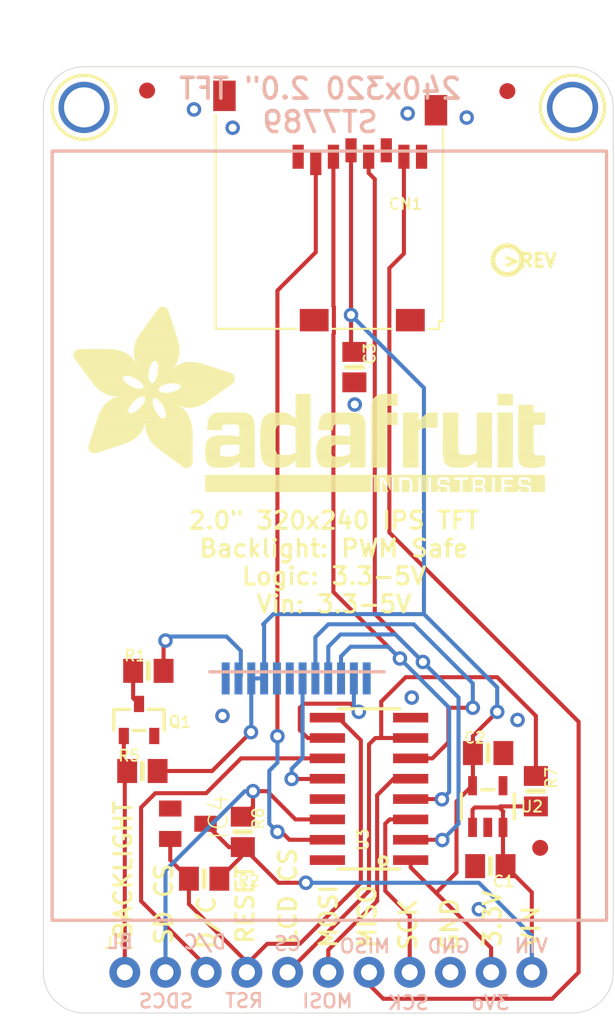
<source format=kicad_pcb>
(kicad_pcb (version 20211014) (generator pcbnew)
  (layers (0 "F.Cu" signal) (31 "B.Cu" signal) (34 "B.Paste" user) (35 "F.Paste" user) (36 "B.SilkS" user "B.Silkscreen") (37 "F.SilkS" user "F.Silkscreen") (38 "B.Mask" user) (39 "F.Mask" user) (44 "Edge.Cuts" user))
  (net 0 "")
  (net 1 "N$1")
  (net 2 "GND")
  (net 3 "3.3V")
  (net 4 "VIN")
  (net 5 "RESET_3V")
  (net 6 "SCLK_3V")
  (net 7 "MOSI_3V")
  (net 8 "LCDCS_3V")
  (net 9 "MISO")
  (net 10 "SDCS_3V")
  (net 11 "SCLK_5V")
  (net 12 "MOSI_5V")
  (net 13 "LCDCS_5V")
  (net 14 "SDCS_5V")
  (net 15 "RESET_5V")
  (net 16 "LEDK")
  (net 17 "BACKLIGHT")
  (net 18 "DC_3V")
  (net 19 "DC_5V")
  (footprint "boardEagle:SOIC16" (layer "F.Cu") (at 151.0421 120.5451 90)
    (fp_text reference "U3" (at -3.937 -0.381 90) (layer "F.SilkS") (effects (font (size 0.692831 0.692831) (thickness 0.119969)) (justify left)))
    (fp_text value "74HC4050D")
    (pad "1" smd rect (at -4.445 2.6 90) (size 0.6 2.2) (layers "F.Cu" "F.Paste" "F.Mask") (net 3 "3.3V"))
    (pad "2" smd rect (at -3.175 2.6 90) (size 0.6 2.2) (layers "F.Cu" "F.Paste" "F.Mask") (net 6 "SCLK_3V"))
    (pad "3" smd rect (at -1.905 2.6 90) (size 0.6 2.2) (layers "F.Cu" "F.Paste" "F.Mask") (net 11 "SCLK_5V"))
    (pad "4" smd rect (at -0.635 2.6 90) (size 0.6 2.2) (layers "F.Cu" "F.Paste" "F.Mask") (net 7 "MOSI_3V"))
    (pad "5" smd rect (at 0.635 2.6 90) (size 0.6 2.2) (layers "F.Cu" "F.Paste" "F.Mask") (net 12 "MOSI_5V"))
    (pad "6" smd rect (at 1.905 2.6 90) (size 0.6 2.2) (layers "F.Cu" "F.Paste" "F.Mask") (net 8 "LCDCS_3V"))
    (pad "7" smd rect (at 3.175 2.6 90) (size 0.6 2.2) (layers "F.Cu" "F.Paste" "F.Mask") (net 13 "LCDCS_5V"))
    (pad "8" smd rect (at 4.445 2.6 90) (size 0.6 2.2) (layers "F.Cu" "F.Paste" "F.Mask") (net 2 "GND"))
    (pad "9" smd rect (at 4.445 -2.6 90) (size 0.6 2.2) (layers "F.Cu" "F.Paste" "F.Mask") (net 15 "RESET_5V"))
    (pad "10" smd rect (at 3.175 -2.6 90) (size 0.6 2.2) (layers "F.Cu" "F.Paste" "F.Mask") (net 5 "RESET_3V"))
    (pad "11" smd rect (at 1.905 -2.6 90) (size 0.6 2.2) (layers "F.Cu" "F.Paste" "F.Mask") (net 19 "DC_5V"))
    (pad "12" smd rect (at 0.635 -2.6 90) (size 0.6 2.2) (layers "F.Cu" "F.Paste" "F.Mask") (net 18 "DC_3V"))
    (pad "13" smd rect (at -0.635 -2.6 90) (size 0.6 2.2) (layers "F.Cu" "F.Paste" "F.Mask"))
    (pad "14" smd rect (at -1.905 -2.6 90) (size 0.6 2.2) (layers "F.Cu" "F.Paste" "F.Mask") (net 14 "SDCS_5V"))
    (pad "15" smd rect (at -3.175 -2.6 90) (size 0.6 2.2) (layers "F.Cu" "F.Paste" "F.Mask") (net 10 "SDCS_3V"))
    (pad "16" smd rect (at -4.445 -2.6 90) (size 0.6 2.2) (layers "F.Cu" "F.Paste" "F.Mask"))
  )
  (footprint "boardEagle:0805-NO" (layer "F.Cu") (at 161.4551 120.6881 -90)
    (fp_text reference "R7" (at -1.5875 -0.9525 90) (layer "F.SilkS") (effects (font (size 0.692831 0.692831) (thickness 0.119969)) (justify right)))
    (fp_text value "10K")
    (pad "1" smd rect (at -0.95 0 270) (size 1.24 1.5) (layers "F.Cu" "F.Paste" "F.Mask") (net 13 "LCDCS_5V"))
    (pad "2" smd rect (at 0.95 0 270) (size 1.24 1.5) (layers "F.Cu" "F.Paste" "F.Mask") (net 4 "VIN"))
  )
  (footprint "boardEagle:0805-NO" (layer "F.Cu") (at 143.1671 123.2281 -90)
    (fp_text reference "R8" (at -1.5875 -0.9525 90) (layer "F.SilkS") (effects (font (size 0.692831 0.692831) (thickness 0.119969)) (justify right)))
    (fp_text value "10K")
    (pad "1" smd rect (at -0.95 0 270) (size 1.24 1.5) (layers "F.Cu" "F.Paste" "F.Mask") (net 14 "SDCS_5V"))
    (pad "2" smd rect (at 0.95 0 270) (size 1.24 1.5) (layers "F.Cu" "F.Paste" "F.Mask") (net 4 "VIN"))
  )
  (footprint "boardEagle:SOT23-R" (layer "F.Cu") (at 136.6901 116.2431)
    (fp_text reference "Q1" (at 1.778 0.127) (layer "F.SilkS") (effects (font (size 0.692831 0.692831) (thickness 0.119969)) (justify left)))
    (fp_text value "BSS138")
    (pad "1" smd rect (at -0.95 1) (size 0.635 1.016) (layers "F.Cu" "F.Paste" "F.Mask") (net 17 "BACKLIGHT"))
    (pad "2" smd rect (at 0.95 1) (size 0.635 1.016) (layers "F.Cu" "F.Paste" "F.Mask") (net 2 "GND"))
    (pad "3" smd rect (at 0 -1) (size 0.635 1.016) (layers "F.Cu" "F.Paste" "F.Mask") (net 16 "LEDK"))
  )
  (footprint "boardEagle:FIDUCIAL_1MM" (layer "F.Cu") (at 137.1921 76.9641)
    (fp_text reference "FID2" hide)
    (fp_text value "FIDUCIAL_1MM" hide)
    (pad "1" smd roundrect (at 0 0) (size 1 1) (layers "F.Cu" "F.Mask") (roundrect_rratio 0.5))
  )
  (footprint "boardEagle:MOUNTINGHOLE_2.5_PLATED" (layer "F.Cu") (at 133.2611 78.0161)
    (fp_text reference "U$4" hide)
    (fp_text value "MOUNTINGHOLE2.5" hide)
    (pad "P$1" thru_hole circle (at 0 0) (size 3.2 3.2) (drill 2.5) (layers *.Cu *.Mask))
  )
  (footprint "boardEagle:FIDUCIAL_1MM" (layer "F.Cu") (at 161.7231 124.2241)
    (fp_text reference "FID1" hide)
    (fp_text value "FIDUCIAL_1MM" hide)
    (pad "1" smd roundrect (at 0 0) (size 1 1) (layers "F.Cu" "F.Mask") (roundrect_rratio 0.5))
  )
  (footprint "boardEagle:SOT23-5" (layer "F.Cu") (at 158.4531 121.6471)
    (fp_text reference "U2" (at 1.978 0) (layer "F.SilkS") (effects (font (size 0.692831 0.692831) (thickness 0.119969)) (justify left)))
    (fp_text value "AP2112K-3.3")
    (pad "1" smd rect (at -0.95 1.3001) (size 0.55 1.2) (layers "F.Cu" "F.Paste" "F.Mask") (net 4 "VIN"))
    (pad "2" smd rect (at 0 1.3001) (size 0.55 1.2) (layers "F.Cu" "F.Paste" "F.Mask") (net 2 "GND"))
    (pad "3" smd rect (at 0.95 1.3001) (size 0.55 1.2) (layers "F.Cu" "F.Paste" "F.Mask") (net 4 "VIN"))
    (pad "4" smd rect (at 0.95 -1.3001) (size 0.55 1.2) (layers "F.Cu" "F.Paste" "F.Mask"))
    (pad "5" smd rect (at -0.95 -1.3001) (size 0.55 1.2) (layers "F.Cu" "F.Paste" "F.Mask") (net 3 "3.3V"))
  )
  (footprint "boardEagle:ADAFRUIT_TEXT_30MM" (layer "F.Cu") (at 132.3741 102.0041)
    (fp_text reference "U$20" hide)
    (fp_text value "" hide)
  )
  (footprint "boardEagle:0805-NO" (layer "F.Cu") (at 150.1301 94.2241 -90)
    (fp_text reference "C3" (at -1.5875 -0.9525 90) (layer "F.SilkS") (effects (font (size 0.692831 0.692831) (thickness 0.119969)) (justify right)))
    (fp_text value "10uF")
    (pad "1" smd rect (at -0.95 0 270) (size 1.24 1.5) (layers "F.Cu" "F.Paste" "F.Mask") (net 3 "3.3V"))
    (pad "2" smd rect (at 0.95 0 270) (size 1.24 1.5) (layers "F.Cu" "F.Paste" "F.Mask") (net 2 "GND"))
  )
  (footprint "boardEagle:0805-NO" (layer "F.Cu") (at 140.7541 126.1491)
    (fp_text reference "R2" (at 2.032 0.127) (layer "F.SilkS") (effects (font (size 0.692831 0.692831) (thickness 0.119969)) (justify left)))
    (fp_text value "10K")
    (pad "1" smd rect (at -0.95 0) (size 1.24 1.5) (layers "F.Cu" "F.Paste" "F.Mask") (net 15 "RESET_5V"))
    (pad "2" smd rect (at 0.95 0) (size 1.24 1.5) (layers "F.Cu" "F.Paste" "F.Mask") (net 4 "VIN"))
  )
  (footprint "boardEagle:PCBFEAT-REV-040" (layer "F.Cu") (at 159.6771 87.5411)
    (fp_text reference "U$24" hide)
    (fp_text value "" hide)
    (fp_text user ">REV" (at -0.3556 0.508) (layer "F.SilkS") (effects (font (size 0.8128 0.8128) (thickness 0.2032)) (justify left bottom)))
  )
  (footprint "boardEagle:MICROSD" (layer "F.Cu") (at 155.6201 91.7341 180)
    (fp_text reference "CN1" (at 1.18 7.69) (layer "F.SilkS") (effects (font (size 0.692831 0.692831) (thickness 0.119969)) (justify right)))
    (fp_text value "")
    (pad "1" smd rect (at 9 10.64 180) (size 0.7 1.5) (layers "F.Cu" "F.Paste" "F.Mask"))
    (pad "2" smd rect (at 7.9 10.24 180) (size 0.7 1.5) (layers "F.Cu" "F.Paste" "F.Mask") (net 10 "SDCS_3V"))
    (pad "3" smd rect (at 6.8 10.64 180) (size 0.7 1.5) (layers "F.Cu" "F.Paste" "F.Mask") (net 7 "MOSI_3V"))
    (pad "4" smd rect (at 5.7 11.04 180) (size 0.7 1.5) (layers "F.Cu" "F.Paste" "F.Mask") (net 3 "3.3V"))
    (pad "5" smd rect (at 4.6 10.64 180) (size 0.7 1.5) (layers "F.Cu" "F.Paste" "F.Mask") (net 6 "SCLK_3V"))
    (pad "6" smd rect (at 3.5 11.04 180) (size 0.7 1.5) (layers "F.Cu" "F.Paste" "F.Mask") (net 2 "GND"))
    (pad "7" smd rect (at 2.4 10.64 180) (size 0.7 1.5) (layers "F.Cu" "F.Paste" "F.Mask") (net 9 "MISO"))
    (pad "8" smd rect (at 1.3 10.64 180) (size 0.7 1.5) (layers "F.Cu" "F.Paste" "F.Mask"))
    (pad "CD1" smd rect (at 2 0.44 270) (size 1.4 1.8) (layers "F.Cu" "F.Paste" "F.Mask"))
    (pad "CD2" smd rect (at 8 0.44 270) (size 1.4 1.8) (layers "F.Cu" "F.Paste" "F.Mask"))
    (pad "MT1" smd rect (at 0.4 13.54 180) (size 1.4 1.9) (layers "F.Cu" "F.Paste" "F.Mask") (net 2 "GND"))
    (pad "MT2" smd rect (at 13.6 14.44 180) (size 1.4 1.9) (layers "F.Cu" "F.Paste" "F.Mask") (net 2 "GND"))
  )
  (footprint "boardEagle:0805-NO" (layer "F.Cu") (at 158.4771 118.3081)
    (fp_text reference "C2" (at -1.5875 -0.9525) (layer "F.SilkS") (effects (font (size 0.692831 0.692831) (thickness 0.119969)) (justify left)))
    (fp_text value "10uF")
    (pad "1" smd rect (at -0.95 0) (size 1.24 1.5) (layers "F.Cu" "F.Paste" "F.Mask") (net 3 "3.3V"))
    (pad "2" smd rect (at 0.95 0) (size 1.24 1.5) (layers "F.Cu" "F.Paste" "F.Mask") (net 2 "GND"))
  )
  (footprint "boardEagle:FIDUCIAL_1MM" (layer "F.Cu") (at 159.6771 77.0001)
    (fp_text reference "FID3" hide)
    (fp_text value "FIDUCIAL_1MM" hide)
    (pad "1" smd roundrect (at 0 0) (size 1 1) (layers "F.Cu" "F.Mask") (roundrect_rratio 0.5))
  )
  (footprint "boardEagle:SOT23" (layer "F.Cu") (at 139.7381 122.7201 -90)
    (fp_text reference "IC4" (at -1.905 -1.905 90) (layer "F.SilkS") (effects (font (size 1.176528 1.176528) (thickness 0.093472)) (justify right)))
    (fp_text value "APX803-SAG")
    (pad "1" smd rect (at -0.95 1.1 270) (size 1 1.4) (layers "F.Cu" "F.Paste" "F.Mask") (net 2 "GND"))
    (pad "2" smd rect (at 0.95 1.1 270) (size 1 1.4) (layers "F.Cu" "F.Paste" "F.Mask") (net 15 "RESET_5V"))
    (pad "3" smd rect (at 0 -1.1 270) (size 1 1.4) (layers "F.Cu" "F.Paste" "F.Mask") (net 4 "VIN"))
  )
  (footprint "boardEagle:0805-NO" (layer "F.Cu") (at 158.6151 125.3651 180)
    (fp_text reference "C1" (at -1.5875 -0.9525) (layer "F.SilkS") (effects (font (size 0.692831 0.692831) (thickness 0.119969)) (justify right)))
    (fp_text value "10uF")
    (pad "1" smd rect (at -0.95 0 180) (size 1.24 1.5) (layers "F.Cu" "F.Paste" "F.Mask") (net 4 "VIN"))
    (pad "2" smd rect (at 0.95 0 180) (size 1.24 1.5) (layers "F.Cu" "F.Paste" "F.Mask") (net 2 "GND"))
  )
  (footprint "boardEagle:0805-NO" (layer "F.Cu") (at 136.8991 119.4281)
    (fp_text reference "R5" (at -1.5875 -0.9525) (layer "F.SilkS") (effects (font (size 0.692831 0.692831) (thickness 0.119969)) (justify left)))
    (fp_text value "10K")
    (pad "1" smd rect (at -0.95 0) (size 1.24 1.5) (layers "F.Cu" "F.Paste" "F.Mask") (net 17 "BACKLIGHT"))
    (pad "2" smd rect (at 0.95 0) (size 1.24 1.5) (layers "F.Cu" "F.Paste" "F.Mask") (net 3 "3.3V"))
  )
  (footprint "boardEagle:1X11_ROUND_76" (layer "F.Cu") (at 148.5011 131.9911)
    (fp_text reference "JP1" (at -14.0462 -1.8288) (layer "F.SilkS") (effects (font (size 0.692831 0.692831) (thickness 0.119969)) (justify left)))
    (fp_text value "")
    (pad "1" thru_hole circle (at -12.7 0 90) (size 1.9304 1.9304) (drill 1) (layers *.Cu *.Mask) (net 17 "BACKLIGHT"))
    (pad "2" thru_hole circle (at -10.16 0 90) (size 1.9304 1.9304) (drill 1) (layers *.Cu *.Mask) (net 14 "SDCS_5V"))
    (pad "3" thru_hole circle (at -7.62 0 90) (size 1.9304 1.9304) (drill 1) (layers *.Cu *.Mask) (net 19 "DC_5V"))
    (pad "4" thru_hole circle (at -5.08 0 90) (size 1.9304 1.9304) (drill 1) (layers *.Cu *.Mask) (net 15 "RESET_5V"))
    (pad "5" thru_hole circle (at -2.54 0 90) (size 1.9304 1.9304) (drill 1) (layers *.Cu *.Mask) (net 13 "LCDCS_5V"))
    (pad "6" thru_hole circle (at 0 0 90) (size 1.9304 1.9304) (drill 1) (layers *.Cu *.Mask) (net 12 "MOSI_5V"))
    (pad "7" thru_hole circle (at 2.54 0 90) (size 1.9304 1.9304) (drill 1) (layers *.Cu *.Mask) (net 9 "MISO"))
    (pad "8" thru_hole circle (at 5.08 0 90) (size 1.9304 1.9304) (drill 1) (layers *.Cu *.Mask) (net 11 "SCLK_5V"))
    (pad "9" thru_hole circle (at 7.62 0 90) (size 1.9304 1.9304) (drill 1) (layers *.Cu *.Mask) (net 2 "GND"))
    (pad "10" thru_hole circle (at 10.16 0 90) (size 1.9304 1.9304) (drill 1) (layers *.Cu *.Mask) (net 3 "3.3V"))
    (pad "11" thru_hole circle (at 12.7 0 90) (size 1.9304 1.9304) (drill 1) (layers *.Cu *.Mask) (net 4 "VIN"))
  )
  (footprint "boardEagle:0805-NO" (layer "F.Cu") (at 137.2711 113.1791)
    (fp_text reference "R1" (at -1.5875 -0.9525) (layer "F.SilkS") (effects (font (size 0.692831 0.692831) (thickness 0.119969)) (justify left)))
    (fp_text value "10")
    (pad "1" smd rect (at -0.95 0) (size 1.24 1.5) (layers "F.Cu" "F.Paste" "F.Mask") (net 16 "LEDK"))
    (pad "2" smd rect (at 0.95 0) (size 1.24 1.5) (layers "F.Cu" "F.Paste" "F.Mask") (net 1 "N$1"))
  )
  (footprint "boardEagle:MOUNTINGHOLE_2.5_PLATED" (layer "F.Cu") (at 163.7411 78.0161)
    (fp_text reference "U$3" hide)
    (fp_text value "MOUNTINGHOLE2.5" hide)
    (pad "P$1" thru_hole circle (at 0 0) (size 3.2 3.2) (drill 2.5) (layers *.Cu *.Mask))
  )
  (footprint "boardEagle:TFT_2.0IN_240X320_12P" (layer "B.Cu") (at 147.8661 100.2411 180)
    (fp_text reference "DISP1" hide)
    (fp_text value "DISP_LCD_GENERIC_SPI_2.0IN_240X320" hide)
    (pad "1" smd rect (at 5.77 -13.41 90) (size 2 0.5) (layers "B.Cu" "B.Mask") (net 2 "GND"))
    (pad "2" smd rect (at 4.97 -13.41 90) (size 2 0.5) (layers "B.Cu" "B.Mask") (net 1 "N$1"))
    (pad "3" smd rect (at 4.17 -13.41 90) (size 2 0.5) (layers "B.Cu" "B.Mask") (net 3 "3.3V"))
    (pad "4" smd rect (at 3.37 -13.41 90) (size 2 0.5) (layers "B.Cu" "B.Mask") (net 3 "3.3V"))
    (pad "5" smd rect (at 2.57 -13.41 90) (size 2 0.5) (layers "B.Cu" "B.Mask") (net 2 "GND"))
    (pad "6" smd rect (at 1.77 -13.41 90) (size 2 0.5) (layers "B.Cu" "B.Mask") (net 2 "GND"))
    (pad "7" smd rect (at 0.97 -13.41 90) (size 2 0.5) (layers "B.Cu" "B.Mask") (net 18 "DC_3V"))
    (pad "8" smd rect (at 0.17 -13.41 90) (size 2 0.5) (layers "B.Cu" "B.Mask") (net 8 "LCDCS_3V"))
    (pad "9" smd rect (at -0.63 -13.41 90) (size 2 0.5) (layers "B.Cu" "B.Mask") (net 6 "SCLK_3V"))
    (pad "10" smd rect (at -1.43 -13.41 90) (size 2 0.5) (layers "B.Cu" "B.Mask") (net 7 "MOSI_3V"))
    (pad "11" smd rect (at -2.23 -13.41 90) (size 2 0.5) (layers "B.Cu" "B.Mask") (net 5 "RESET_3V"))
    (pad "12" smd rect (at -3.03 -13.41 90) (size 2 0.5) (layers "B.Cu" "B.Mask") (net 2 "GND"))
  )
  (gr_line (start 133.2611 134.5311) (end 163.7411 134.5311) (layer "Edge.Cuts") (width 0.05))
  (gr_arc (start 130.7211 78.0161) (mid 131.465049 76.220049) (end 133.2611 75.4761) (layer "Edge.Cuts") (width 0.05))
  (gr_line (start 130.7211 78.0161) (end 130.7211 131.9911) (layer "Edge.Cuts") (width 0.05))
  (gr_arc (start 133.2611 134.5311) (mid 131.465049 133.787151) (end 130.7211 131.9911) (layer "Edge.Cuts") (width 0.05))
  (gr_arc (start 166.2811 131.9911) (mid 165.537151 133.787151) (end 163.7411 134.5311) (layer "Edge.Cuts") (width 0.05))
  (gr_line (start 166.2811 131.9911) (end 166.2811 78.0161) (layer "Edge.Cuts") (width 0.05))
  (gr_arc (start 163.7411 75.4761) (mid 165.537151 76.220049) (end 166.2811 78.0161) (layer "Edge.Cuts") (width 0.05))
  (gr_line (start 163.7411 75.4761) (end 133.2611 75.4761) (layer "Edge.Cuts") (width 0.05))
  (gr_text "MISO" (at 150.7851 130.3571) (layer "B.SilkS") (effects (font (size 0.8636 0.8636) (thickness 0.1524)) (justify mirror)))
  (gr_text "MOSI" (at 148.4521 133.7861) (layer "B.SilkS") (effects (font (size 0.8636 0.8636) (thickness 0.1524)) (justify mirror)))
  (gr_text "3Vo" (at 158.6201 133.8921) (layer "B.SilkS") (effects (font (size 0.8636 0.8636) (thickness 0.1524)) (justify mirror)))
  (gr_text "VIN" (at 161.1601 130.3361) (layer "B.SilkS") (effects (font (size 0.8636 0.8636) (thickness 0.1524)) (justify mirror)))
  (gr_text "BL" (at 135.5211 130.0821) (layer "B.SilkS") (effects (font (size 0.8636 0.8636) (thickness 0.1524)) (justify mirror)))
  (gr_text "GND" (at 156.0201 130.3571) (layer "B.SilkS") (effects (font (size 0.8636 0.8636) (thickness 0.1524)) (justify mirror)))
  (gr_text "D/C" (at 140.8001 130.1031) (layer "B.SilkS") (effects (font (size 0.8636 0.8636) (thickness 0.1524)) (justify mirror)))
  (gr_text "240x320 2.0\" TFT\nST7789" (at 147.9931 77.8891) (layer "B.SilkS") (effects (font (size 1.2954 1.2954) (thickness 0.2286)) (justify mirror)))
  (gr_text "SDCS" (at 138.3721 133.7861) (layer "B.SilkS") (effects (font (size 0.8636 0.8636) (thickness 0.1524)) (justify mirror)))
  (gr_text "SCK" (at 153.5001 133.8921) (layer "B.SilkS") (effects (font (size 0.8636 0.8636) (thickness 0.1524)) (justify mirror)))
  (gr_text "CS" (at 145.9681 130.2091) (layer "B.SilkS") (effects (font (size 0.8636 0.8636) (thickness 0.1524)) (justify mirror)))
  (gr_text "RST" (at 143.2461 133.7651) (layer "B.SilkS") (effects (font (size 0.8636 0.8636) (thickness 0.1524)) (justify mirror)))
  (gr_text "BACKLIGHT" (at 135.6941 125.5891 90) (layer "F.SilkS") (effects (font (size 1.0795 1.0795) (thickness 0.1905))))
  (gr_text "SCK" (at 153.4741 129.0181 90) (layer "F.SilkS") (effects (font (size 1.0795 1.0795) (thickness 0.1905))))
  (gr_text "GND" (at 156.0811 129.0181 90) (layer "F.SilkS") (effects (font (size 1.0795 1.0795) (thickness 0.1905))))
  (gr_text "VIN" (at 161.1611 129.1451 90) (layer "F.SilkS") (effects (font (size 1.0795 1.0795) (thickness 0.1905))))
  (gr_text "RESET" (at 143.3141 127.7481 90) (layer "F.SilkS") (effects (font (size 1.0795 1.0795) (thickness 0.1905))))
  (gr_text "MISO" (at 150.9341 128.5101 90) (layer "F.SilkS") (effects (font (size 1.0795 1.0795) (thickness 0.1905))))
  (gr_text "SD CS" (at 138.2341 127.7481 90) (layer "F.SilkS") (effects (font (size 1.0795 1.0795) (thickness 0.1905))))
  (gr_text "LCD CS" (at 145.9811 127.2401 90) (layer "F.SilkS") (effects (font (size 1.0795 1.0795) (thickness 0.1905))))
  (gr_text "3.3V" (at 158.7481 128.6371 90) (layer "F.SilkS") (effects (font (size 1.0795 1.0795) (thickness 0.1905))))
  (gr_text "MOSI" (at 148.5211 128.5101 90) (layer "F.SilkS") (effects (font (size 1.0795 1.0795) (thickness 0.1905))))
  (gr_text "2.0\" 320x240 IPS TFT\nBacklight: PWM Safe\nLogic: 3.3-5V\nVin: 3.3-5V" (at 148.8531 106.4041) (layer "F.SilkS") (effects (font (size 1.0795 1.0795) (thickness 0.1905))))
  (gr_text "D/C" (at 140.9011 128.8911 90) (layer "F.SilkS") (effects (font (size 1.0795 1.0795) (thickness 0.1905))))
  (segment (start 138.2211 113.1791) (end 138.2211 111.4101) (width 0.254) (layer "F.Cu") (net 1))
  (segment (start 138.2211 111.4101) (end 138.3411 111.2901) (width 0.254) (layer "F.Cu") (net 1))
  (via (at 138.3411 111.2901) (size 0.9064) (drill 0.5) (layers "F.Cu" "B.Cu") (net 1))
  (segment (start 143.0401 113.5071) (end 142.8961 113.6511) (width 0.254) (layer "B.Cu") (net 1))
  (segment (start 138.3411 111.2901) (end 138.5951 111.0361) (width 0.254) (layer "B.Cu") (net 1))
  (segment (start 142.1511 111.0361) (end 143.0401 111.9251) (width 0.254) (layer "B.Cu") (net 1))
  (segment (start 143.0401 111.9251) (end 143.0401 113.5071) (width 0.254) (layer "B.Cu") (net 1))
  (segment (start 138.5951 111.0361) (end 142.1511 111.0361) (width 0.254) (layer "B.Cu") (net 1))
  (via (at 157.8991 128.0541) (size 0.9064) (drill 0.5) (layers "F.Cu" "B.Cu") (net 2))
  (via (at 153.4541 78.3971) (size 0.9064) (drill 0.5) (layers "F.Cu" "B.Cu") (net 2))
  (via (at 140.1191 78.1431) (size 0.9064) (drill 0.5) (layers "F.Cu" "B.Cu") (net 2))
  (via (at 160.3121 116.2431) (size 0.9064) (drill 0.5) (layers "F.Cu" "B.Cu") (net 2))
  (via (at 153.7081 114.8461) (size 0.9064) (drill 0.5) (layers "F.Cu" "B.Cu") (net 2))
  (via (at 141.8971 115.9891) (size 0.9064) (drill 0.5) (layers "F.Cu" "B.Cu") (net 2))
  (via (at 150.1521 96.5581) (size 0.9064) (drill 0.5) (layers "F.Cu" "B.Cu") (net 2))
  (via (at 142.5321 79.2861) (size 0.9064) (drill 0.5) (layers "F.Cu" "B.Cu") (net 2))
  (via (at 157.1371 78.6511) (size 0.9064) (drill 0.5) (layers "F.Cu" "B.Cu") (net 2))
  (segment (start 156.5021 125.7681) (end 155.2321 127.0381) (width 0.254) (layer "F.Cu") (net 3))
  (segment (start 149.9201 93.0641) (end 150.1301 93.2741) (width 0.254) (layer "F.Cu") (net 3))
  (segment (start 157.5271 117.2501) (end 159.0421 115.7351) (width 0.254) (layer "F.Cu") (net 3))
  (segment (start 141.2521 119.4281) (end 143.6751 117.0051) (width 0.254) (layer "F.Cu") (net 3))
  (segment (start 157.5271 118.3081) (end 157.5271 120.323) (width 0.254) (layer "F.Cu") (net 3))
  (segment (start 149.9201 90.9701) (end 149.9201 93.0641) (width 0.254) (layer "F.Cu") (net 3))
  (segment (start 137.8491 119.4281) (end 141.2521 119.4281) (width 0.254) (layer "F.Cu") (net 3))
  (segment (start 149.9201 80.6941) (end 149.9201 90.9701) (width 0.254) (layer "F.Cu") (net 3))
  (segment (start 157.5031 120.347) (end 157.4782 120.347) (width 0.254) (layer "F.Cu") (net 3))
  (segment (start 155.2321 127.0381) (end 153.6421 125.4481) (width 0.254) (layer "F.Cu") (net 3))
  (segment (start 156.5021 121.3231) (end 156.5021 125.7681) (width 0.254) (layer "F.Cu") (net 3))
  (segment (start 157.5271 118.3081) (end 157.5271 117.2501) (width 0.254) (layer "F.Cu") (net 3))
  (segment (start 157.5271 120.323) (end 157.5031 120.347) (width 0.254) (layer "F.Cu") (net 3))
  (segment (start 158.6611 130.4671) (end 155.2321 127.0381) (width 0.254) (layer "F.Cu") (net 3))
  (segment (start 158.6611 131.9911) (end 158.6611 130.4671) (width 0.254) (layer "F.Cu") (net 3))
  (segment (start 157.4782 120.347) (end 156.5021 121.3231) (width 0.254) (layer "F.Cu") (net 3))
  (segment (start 153.6421 125.4481) (end 153.6421 124.9901) (width 0.254) (layer "F.Cu") (net 3))
  (via (at 159.0421 115.7351) (size 0.9064) (drill 0.5) (layers "F.Cu" "B.Cu") (net 3))
  (via (at 149.9201 90.9701) (size 0.9064) (drill 0.5) (layers "F.Cu" "B.Cu") (net 3))
  (via (at 143.6751 117.0051) (size 0.9064) (drill 0.5) (layers "F.Cu" "B.Cu") (net 3))
  (segment (start 144.4371 110.2741) (end 144.4961 110.3331) (width 0.254) (layer "B.Cu") (net 3))
  (segment (start 144.4961 110.3331) (end 144.4961 113.6511) (width 0.254) (layer "B.Cu") (net 3))
  (segment (start 159.0421 114.2111) (end 154.4701 109.6391) (width 0.254) (layer "B.Cu") (net 3))
  (segment (start 154.4701 95.5201) (end 149.9201 90.9701) (width 0.254) (layer "B.Cu") (net 3))
  (segment (start 159.0421 115.7351) (end 159.0421 114.2111) (width 0.254) (layer "B.Cu") (net 3))
  (segment (start 143.6961 116.9841) (end 143.6961 113.6511) (width 0.254) (layer "B.Cu") (net 3))
  (segment (start 154.4701 109.6391) (end 145.0721 109.6391) (width 0.254) (layer "B.Cu") (net 3))
  (segment (start 143.6961 113.6511) (end 144.4961 113.6511) (width 0.254) (layer "B.Cu") (net 3))
  (segment (start 143.6751 117.0051) (end 143.6961 116.9841) (width 0.254) (layer "B.Cu") (net 3))
  (segment (start 154.4701 109.6391) (end 154.4701 95.5201) (width 0.254) (layer "B.Cu") (net 3))
  (segment (start 145.0721 109.6391) (end 144.4371 110.2741) (width 0.254) (layer "B.Cu") (net 3))
  (segment (start 157.5031 121.8461) (end 157.6451 121.7041) (width 0.254) (layer "F.Cu") (net 4))
  (segment (start 157.5031 122.9472) (end 157.5031 121.8461) (width 0.254) (layer "F.Cu") (net 4))
  (segment (start 159.4031 122.9472) (end 159.4031 125.2031) (width 0.254) (layer "F.Cu") (net 4))
  (segment (start 159.1691 121.7041) (end 159.2351 121.6381) (width 0.254) (layer "F.Cu") (net 4))
  (segment (start 161.2011 131.9911) (end 161.2011 127.0011) (width 0.254) (layer "F.Cu") (net 4))
  (segment (start 159.1691 121.7041) (end 159.4231 121.9581) (width 0.254) (layer "F.Cu") (net 4))
  (segment (start 159.4031 125.2031) (end 159.5651 125.3651) (width 0.254) (layer "F.Cu") (net 4))
  (segment (start 140.8381 122.7201) (end 142.2961 124.1781) (width 0.254) (layer "F.Cu") (net 4))
  (segment (start 159.2351 121.6381) (end 161.4551 121.6381) (width 0.254) (layer "F.Cu") (net 4))
  (segment (start 143.0401 124.8131) (end 143.0401 124.1781) (width 0.254) (layer "F.Cu") (net 4))
  (segment (start 141.7041 126.1491) (end 143.0401 124.8131) (width 0.254) (layer "F.Cu") (net 4))
  (segment (start 143.1671 124.1781) (end 145.3921 126.4031) (width 0.254) (layer "F.Cu") (net 4))
  (segment (start 157.6451 121.7041) (end 159.1691 121.7041) (width 0.254) (layer "F.Cu") (net 4))
  (segment (start 142.2961 124.1781) (end 143.0401 124.1781) (width 0.254) (layer "F.Cu") (net 4))
  (segment (start 159.4231 121.9581) (end 159.4031 121.9781) (width 0.254) (layer "F.Cu") (net 4))
  (segment (start 143.0401 124.1781) (end 143.1671 124.1781) (width 0.254) (layer "F.Cu") (net 4))
  (segment (start 145.3921 126.4031) (end 147.1041 126.4031) (width 0.254) (layer "F.Cu") (net 4))
  (segment (start 159.4031 121.9781) (end 159.4031 122.9472) (width 0.254) (layer "F.Cu") (net 4))
  (segment (start 161.2011 127.0011) (end 159.5651 125.3651) (width 0.254) (layer "F.Cu") (net 4))
  (via (at 147.1041 126.4031) (size 0.9064) (drill 0.5) (layers "F.Cu" "B.Cu") (net 4))
  (segment (start 147.1041 126.4031) (end 157.8991 126.4031) (width 0.254) (layer "B.Cu") (net 4))
  (segment (start 157.8991 126.4031) (end 161.2011 129.7051) (width 0.254) (layer "B.Cu") (net 4))
  (segment (start 161.2011 129.7051) (end 161.2011 131.9911) (width 0.254) (layer "B.Cu") (net 4))
  (segment (start 146.7231 116.8781) (end 146.7231 115.4811) (width 0.254) (layer "F.Cu") (net 5))
  (segment (start 147.2151 117.3701) (end 146.7231 116.8781) (width 0.254) (layer "F.Cu") (net 5))
  (segment (start 148.4421 117.3701) (end 147.2151 117.3701) (width 0.254) (layer "F.Cu") (net 5))
  (segment (start 146.7231 115.4811) (end 146.9771 115.2271) (width 0.254) (layer "F.Cu") (net 5))
  (segment (start 146.9771 115.2271) (end 149.8981 115.2271) (width 0.254) (layer "F.Cu") (net 5))
  (segment (start 149.8981 115.2271) (end 150.4061 115.7351) (width 0.254) (layer "F.Cu") (net 5))
  (via (at 150.4061 115.7351) (size 0.9064) (drill 0.5) (layers "F.Cu" "B.Cu") (net 5))
  (segment (start 150.4061 115.7351) (end 150.0961 115.4251) (width 0.254) (layer "B.Cu") (net 5))
  (segment (start 150.0961 115.4251) (end 150.0961 113.6511) (width 0.254) (layer "B.Cu") (net 5))
  (segment (start 153.6421 123.7201) (end 155.5971 123.7201) (width 0.254) (layer "F.Cu") (net 6))
  (segment (start 155.5971 123.7201) (end 155.6131 123.7361) (width 0.254) (layer "F.Cu") (net 6))
  (segment (start 151.4011 109.6181) (end 154.4066 112.6236) (width 0.254) (layer "F.Cu") (net 6))
  (segment (start 151.4011 82.4911) (end 151.0201 82.1101) (width 0.254) (layer "F.Cu") (net 6))
  (segment (start 151.0201 81.0941) (end 151.0201 82.1101) (width 0.254) (layer "F.Cu") (net 6))
  (segment (start 151.4011 82.4911) (end 151.4011 109.6181) (width 0.254) (layer "F.Cu") (net 6))
  (via (at 154.4066 112.6236) (size 0.9064) (drill 0.5) (layers "F.Cu" "B.Cu") (net 6))
  (via (at 155.6131 123.7361) (size 0.9064) (drill 0.5) (layers "F.Cu" "B.Cu") (net 6))
  (segment (start 156.6291 114.8461) (end 156.6291 122.7201) (width 0.254) (layer "B.Cu") (net 6))
  (segment (start 148.5011 113.6461) (end 148.4961 113.6511) (width 0.254) (layer "B.Cu") (net 6))
  (segment (start 154.4066 112.6236) (end 152.6921 110.9091) (width 0.254) (layer "B.Cu") (net 6))
  (segment (start 152.6921 110.9091) (end 149.2631 110.9091) (width 0.254) (layer "B.Cu") (net 6))
  (segment (start 156.6291 114.8461) (end 154.4066 112.6236) (width 0.254) (layer "B.Cu") (net 6))
  (segment (start 149.2631 110.9091) (end 148.5011 111.6711) (width 0.254) (layer "B.Cu") (net 6))
  (segment (start 155.6131 123.7361) (end 156.6291 122.7201) (width 0.254) (layer "B.Cu") (net 6))
  (segment (start 148.5011 111.6711) (end 148.5011 113.6461) (width 0.254) (layer "B.Cu") (net 6))
  (segment (start 148.8201 90.427125) (end 148.8503 90.457325) (width 0.254) (layer "F.Cu") (net 7))
  (segment (start 148.8201 108.2563) (end 152.9715 112.4077) (width 0.254) (layer "F.Cu") (net 7))
  (segment (start 148.8503 90.457325) (end 148.8503 92.130875) (width 0.254) (layer "F.Cu") (net 7))
  (segment (start 148.8201 92.161075) (end 148.8201 108.2563) (width 0.254) (layer "F.Cu") (net 7))
  (segment (start 148.8503 92.130875) (end 148.8201 92.161075) (width 0.254) (layer "F.Cu") (net 7))
  (segment (start 148.8201 81.0941) (end 148.8201 90.427125) (width 0.254) (layer "F.Cu") (net 7))
  (segment (start 155.5757 121.1801) (end 155.5917 121.1961) (width 0.254) (layer "F.Cu") (net 7))
  (segment (start 153.6421 121.1801) (end 155.5757 121.1801) (width 0.254) (layer "F.Cu") (net 7))
  (via (at 152.9715 112.4077) (size 0.9064) (drill 0.5) (layers "F.Cu" "B.Cu") (net 7))
  (via (at 155.5917 121.1961) (size 0.9064) (drill 0.5) (layers "F.Cu" "B.Cu") (net 7))
  (segment (start 149.2961 112.2731) (end 149.2961 113.6511) (width 0.254) (layer "B.Cu") (net 7))
  (segment (start 152.2349 111.6711) (end 149.8981 111.6711) (width 0.254) (layer "B.Cu") (net 7))
  (segment (start 156.0449 115.4811) (end 152.9715 112.4077) (width 0.254) (layer "B.Cu") (net 7))
  (segment (start 149.8981 111.6711) (end 149.2961 112.2731) (width 0.254) (layer "B.Cu") (net 7))
  (segment (start 152.9715 112.4077) (end 152.2349 111.6711) (width 0.254) (layer "B.Cu") (net 7))
  (segment (start 156.0449 115.4811) (end 156.0449 120.7429) (width 0.254) (layer "B.Cu") (net 7))
  (segment (start 155.5917 121.1961) (end 156.0449 120.7429) (width 0.254) (layer "B.Cu") (net 7))
  (segment (start 155.9941 117.6401) (end 155.9941 115.4811) (width 0.254) (layer "F.Cu") (net 8))
  (segment (start 153.6421 118.6401) (end 154.9941 118.6401) (width 0.254) (layer "F.Cu") (net 8))
  (segment (start 155.9941 115.4811) (end 157.5181 115.4811) (width 0.254) (layer "F.Cu") (net 8))
  (segment (start 154.9941 118.6401) (end 155.9941 117.6401) (width 0.254) (layer "F.Cu") (net 8))
  (via (at 157.5181 115.4811) (size 0.9064) (drill 0.5) (layers "F.Cu" "B.Cu") (net 8))
  (segment (start 157.5181 115.4811) (end 157.5181 113.9571) (width 0.254) (layer "B.Cu") (net 8))
  (segment (start 157.5181 113.9571) (end 153.8351 110.2741) (width 0.254) (layer "B.Cu") (net 8))
  (segment (start 148.5011 110.2741) (end 147.6961 111.0791) (width 0.254) (layer "B.Cu") (net 8))
  (segment (start 147.6961 111.0791) (end 147.6961 113.6511) (width 0.254) (layer "B.Cu") (net 8))
  (segment (start 153.8351 110.2741) (end 148.5011 110.2741) (width 0.254) (layer "B.Cu") (net 8))
  (segment (start 164.1221 116.358519) (end 152.3111 104.547519) (width 0.254) (layer "F.Cu") (net 9))
  (segment (start 151.9301 133.6421) (end 162.4711 133.6421) (width 0.254) (layer "F.Cu") (net 9))
  (segment (start 152.3111 104.547519) (end 152.3111 88.0491) (width 0.254) (layer "F.Cu") (net 9))
  (segment (start 162.4711 133.6421) (end 164.1221 131.9911) (width 0.254) (layer "F.Cu") (net 9))
  (segment (start 151.0411 132.7531) (end 151.9301 133.6421) (width 0.254) (layer "F.Cu") (net 9))
  (segment (start 153.2201 81.0941) (end 153.2201 87.1401) (width 0.254) (layer "F.Cu") (net 9))
  (segment (start 153.2201 87.1401) (end 152.3111 88.0491) (width 0.254) (layer "F.Cu") (net 9))
  (segment (start 151.0411 131.9911) (end 151.0411 132.7531) (width 0.254) (layer "F.Cu") (net 9))
  (segment (start 164.1221 131.9911) (end 164.1221 116.358519) (width 0.254) (layer "F.Cu") (net 9))
  (segment (start 148.4421 123.7201) (end 146.0721 123.7201) (width 0.254) (layer "F.Cu") (net 10))
  (segment (start 146.0721 123.7201) (end 145.7071 123.3551) (width 0.254) (layer "F.Cu") (net 10))
  (segment (start 145.7071 123.3551) (end 145.3261 123.3551) (width 0.254) (layer "F.Cu") (net 10))
  (segment (start 145.3261 123.2281) (end 145.3261 123.3551) (width 0.254) (layer "F.Cu") (net 10))
  (segment (start 147.7201 87.0521) (end 145.3261 89.4461) (width 0.254) (layer "F.Cu") (net 10))
  (segment (start 147.7201 81.4941) (end 147.7201 87.0521) (width 0.254) (layer "F.Cu") (net 10))
  (segment (start 145.3261 89.4461) (end 145.3261 117.2591) (width 0.254) (layer "F.Cu") (net 10))
  (via (at 145.3261 123.2281) (size 0.9064) (drill 0.5) (layers "F.Cu" "B.Cu") (net 10))
  (via (at 145.3261 117.2591) (size 0.9064) (drill 0.5) (layers "F.Cu" "B.Cu") (net 10))
  (segment (start 145.3261 118.9101) (end 144.8181 119.4181) (width 0.254) (layer "B.Cu") (net 10))
  (segment (start 145.3261 117.2591) (end 145.3261 118.9101) (width 0.254) (layer "B.Cu") (net 10))
  (segment (start 145.3261 123.2281) (end 144.8181 122.7201) (width 0.254) (layer "B.Cu") (net 10))
  (segment (start 144.8181 119.4181) (end 144.8181 122.7201) (width 0.254) (layer "B.Cu") (net 10))
  (segment (start 152.0571 126.9111) (end 152.0571 122.7201) (width 0.254) (layer "F.Cu") (net 11))
  (segment (start 153.5811 131.9911) (end 153.5811 128.4351) (width 0.254) (layer "F.Cu") (net 11))
  (segment (start 152.0571 122.7201) (end 152.3271 122.4501) (width 0.254) (layer "F.Cu") (net 11))
  (segment (start 152.3271 122.4501) (end 153.6421 122.4501) (width 0.254) (layer "F.Cu") (net 11))
  (segment (start 153.5811 128.4351) (end 152.0571 126.9111) (width 0.254) (layer "F.Cu") (net 11))
  (segment (start 148.5011 130.5941) (end 151.5491 127.5461) (width 0.254) (layer "F.Cu") (net 12))
  (segment (start 152.5811 119.9101) (end 153.6421 119.9101) (width 0.254) (layer "F.Cu") (net 12))
  (segment (start 151.5491 120.9421) (end 152.5811 119.9101) (width 0.254) (layer "F.Cu") (net 12))
  (segment (start 151.5491 127.5461) (end 151.5491 120.9421) (width 0.254) (layer "F.Cu") (net 12))
  (segment (start 148.5011 131.9911) (end 148.5011 130.5941) (width 0.254) (layer "F.Cu") (net 12))
  (segment (start 153.3271 113.5761) (end 151.8031 115.1001) (width 0.254) (layer "F.Cu") (net 13))
  (segment (start 159.0421 113.5761) (end 153.3271 113.5761) (width 0.254) (layer "F.Cu") (net 13))
  (segment (start 151.4381 117.3701) (end 151.8031 117.3701) (width 0.254) (layer "F.Cu") (net 13))
  (segment (start 151.0411 126.9111) (end 151.0411 117.7671) (width 0.254) (layer "F.Cu") (net 13))
  (segment (start 151.8031 115.1001) (end 151.8031 117.3701) (width 0.254) (layer "F.Cu") (net 13))
  (segment (start 161.4551 115.9891) (end 159.0421 113.5761) (width 0.254) (layer "F.Cu") (net 13))
  (segment (start 145.9611 131.9911) (end 151.0411 126.9111) (width 0.254) (layer "F.Cu") (net 13))
  (segment (start 151.0411 117.7671) (end 151.4381 117.3701) (width 0.254) (layer "F.Cu") (net 13))
  (segment (start 161.4551 119.7381) (end 161.4551 115.9891) (width 0.254) (layer "F.Cu") (net 13))
  (segment (start 151.8031 117.3701) (end 153.6421 117.3701) (width 0.254) (layer "F.Cu") (net 13))
  (segment (start 144.6911 120.6881) (end 143.8021 120.6881) (width 0.254) (layer "F.Cu") (net 14))
  (segment (start 146.4531 122.4501) (end 144.6911 120.6881) (width 0.254) (layer "F.Cu") (net 14))
  (segment (start 148.4421 122.4501) (end 146.4531 122.4501) (width 0.254) (layer "F.Cu") (net 14))
  (segment (start 143.8021 121.6431) (end 143.8021 120.6881) (width 0.254) (layer "F.Cu") (net 14))
  (segment (start 143.1671 122.2781) (end 143.8021 121.6431) (width 0.254) (layer "F.Cu") (net 14))
  (via (at 143.8021 120.6881) (size 0.9064) (drill 0.5) (layers "F.Cu" "B.Cu") (net 14))
  (segment (start 143.2941 120.6881) (end 143.8021 120.6881) (width 0.254) (layer "B.Cu") (net 14))
  (segment (start 138.3411 125.6411) (end 143.2941 120.6881) (width 0.254) (layer "B.Cu") (net 14))
  (segment (start 138.3411 131.9911) (end 138.3411 125.6411) (width 0.254) (layer "B.Cu") (net 14))
  (segment (start 143.4211 131.3561) (end 143.4211 131.9911) (width 0.254) (layer "F.Cu") (net 15))
  (segment (start 150.5331 126.4031) (end 146.7231 130.2131) (width 0.254) (layer "F.Cu") (net 15))
  (segment (start 139.8041 127.7391) (end 143.4211 131.3561) (width 0.254) (layer "F.Cu") (net 15))
  (segment (start 150.5331 117.5131) (end 149.2471 116.2271) (width 0.254) (layer "F.Cu") (net 15))
  (segment (start 143.4211 131.4831) (end 143.4211 131.9911) (width 0.254) (layer "F.Cu") (net 15))
  (segment (start 144.6911 130.2131) (end 143.4211 131.4831) (width 0.254) (layer "F.Cu") (net 15))
  (segment (start 139.8041 126.1491) (end 139.8041 127.7391) (width 0.254) (layer "F.Cu") (net 15))
  (segment (start 146.7231 130.2131) (end 144.6911 130.2131) (width 0.254) (layer "F.Cu") (net 15))
  (segment (start 138.6381 123.6701) (end 138.6381 124.9831) (width 0.254) (layer "F.Cu") (net 15))
  (segment (start 149.2471 116.2271) (end 148.5691 116.2271) (width 0.254) (layer "F.Cu") (net 15))
  (segment (start 150.5331 126.4031) (end 150.5331 117.5131) (width 0.254) (layer "F.Cu") (net 15))
  (segment (start 148.5691 116.2271) (end 148.4421 116.1001) (width 0.254) (layer "F.Cu") (net 15))
  (segment (start 138.6381 124.9831) (end 139.8041 126.1491) (width 0.254) (layer "F.Cu") (net 15))
  (segment (start 136.3211 113.1791) (end 136.3211 114.8741) (width 0.254) (layer "F.Cu") (net 16))
  (segment (start 136.3211 114.8741) (end 136.6901 115.2431) (width 0.254) (layer "F.Cu") (net 16))
  (segment (start 135.7401 117.2431) (end 135.7401 119.2191) (width 0.254) (layer "F.Cu") (net 17))
  (segment (start 135.8011 131.9911) (end 135.8011 119.5761) (width 0.254) (layer "F.Cu") (net 17))
  (segment (start 135.7401 119.2191) (end 135.9491 119.4281) (width 0.254) (layer "F.Cu") (net 17))
  (segment (start 135.8011 119.5761) (end 135.9491 119.4281) (width 0.254) (layer "F.Cu") (net 17))
  (segment (start 146.2151 119.9261) (end 148.4261 119.9261) (width 0.254) (layer "F.Cu") (net 18))
  (segment (start 148.4261 119.9261) (end 148.4421 119.9101) (width 0.254) (layer "F.Cu") (net 18))
  (via (at 146.2151 119.9261) (size 0.9064) (drill 0.5) (layers "F.Cu" "B.Cu") (net 18))
  (segment (start 146.8961 115.8161) (end 146.8961 118.6101) (width 0.254) (layer "B.Cu") (net 18))
  (segment (start 146.8961 113.6511) (end 146.8961 115.8161) (width 0.254) (layer "B.Cu") (net 18))
  (segment (start 146.8961 118.6101) (end 146.2151 119.2911) (width 0.254) (layer "B.Cu") (net 18))
  (segment (start 146.2151 119.2911) (end 146.2151 119.9261) (width 0.254) (layer "B.Cu") (net 18))
  (segment (start 137.7061 120.8151) (end 136.8171 121.7041) (width 0.254) (layer "F.Cu") (net 19))
  (segment (start 136.8171 127.5461) (end 140.8811 131.6101) (width 0.254) (layer "F.Cu") (net 19))
  (segment (start 140.8811 120.8151) (end 137.7061 120.8151) (width 0.254) (layer "F.Cu") (net 19))
  (segment (start 148.4421 118.6401) (end 143.0561 118.6401) (width 0.254) (layer "F.Cu") (net 19))
  (segment (start 136.8171 121.7041) (end 136.8171 127.5461) (width 0.254) (layer "F.Cu") (net 19))
  (segment (start 143.0561 118.6401) (end 140.8811 120.8151) (width 0.254) (layer "F.Cu") (net 19))
  (segment (start 140.8811 131.6101) (end 140.8811 131.9911) (width 0.254) (layer "F.Cu") (net 19))
)
</source>
